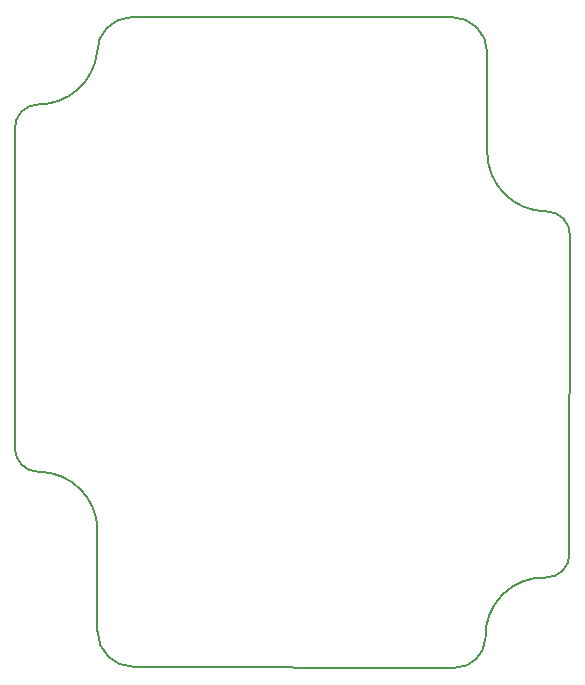
<source format=gbr>
G04 #@! TF.GenerationSoftware,KiCad,Pcbnew,(5.1.5)-3*
G04 #@! TF.CreationDate,2020-09-29T22:38:50+02:00*
G04 #@! TF.ProjectId,SFH203_photodetector,53464832-3033-45f7-9068-6f746f646574,1.3*
G04 #@! TF.SameCoordinates,Original*
G04 #@! TF.FileFunction,Profile,NP*
%FSLAX46Y46*%
G04 Gerber Fmt 4.6, Leading zero omitted, Abs format (unit mm)*
G04 Created by KiCad (PCBNEW (5.1.5)-3) date 2020-09-29 22:38:50*
%MOMM*%
%LPD*%
G04 APERTURE LIST*
%ADD10C,0.150000*%
G04 APERTURE END LIST*
D10*
X147750000Y-41250000D02*
X147750000Y-49700000D01*
X144750000Y-38250000D02*
G75*
G02X147750000Y-41250000I0J-3000000D01*
G01*
X152750000Y-54700000D02*
G75*
G02X147750000Y-49700000I0J5000000D01*
G01*
X152750000Y-54697502D02*
G75*
G02X154750000Y-56800000I0J-2002498D01*
G01*
X154700641Y-83750000D02*
G75*
G02X152800000Y-85700000I-1950641J0D01*
G01*
X147597723Y-90849878D02*
G75*
G02X152800000Y-85700000I4952277J199878D01*
G01*
X147598080Y-90849892D02*
G75*
G02X145000000Y-93350000I-2598080J99892D01*
G01*
X117750000Y-93250000D02*
G75*
G02X114750000Y-90250000I0J3000000D01*
G01*
X109750000Y-76750000D02*
G75*
G02X107750000Y-74750000I0J2000000D01*
G01*
X107752495Y-47749875D02*
G75*
G02X109750000Y-45650000I1997505J99875D01*
G01*
X114704865Y-41299931D02*
G75*
G02X117650000Y-38250000I3008067J42226D01*
G01*
X114707442Y-41300977D02*
G75*
G02X109750000Y-45650000I-4957442J650977D01*
G01*
X109750000Y-76750000D02*
G75*
G02X114750000Y-81750000I0J-5000000D01*
G01*
X114750000Y-81750000D02*
X114750000Y-90250000D01*
X145000000Y-93350000D02*
X117750000Y-93250000D01*
X154750000Y-56800000D02*
X154700000Y-83750000D01*
X117650000Y-38250000D02*
X144750000Y-38250000D01*
X107750000Y-74750000D02*
X107750000Y-47750000D01*
M02*

</source>
